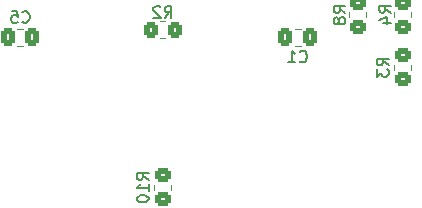
<source format=gbo>
G04 #@! TF.GenerationSoftware,KiCad,Pcbnew,(6.0.7)*
G04 #@! TF.CreationDate,2022-08-26T11:00:59+03:00*
G04 #@! TF.ProjectId,DiLight_1.1,44694c69-6768-4745-9f31-2e312e6b6963,rev?*
G04 #@! TF.SameCoordinates,Original*
G04 #@! TF.FileFunction,Legend,Bot*
G04 #@! TF.FilePolarity,Positive*
%FSLAX46Y46*%
G04 Gerber Fmt 4.6, Leading zero omitted, Abs format (unit mm)*
G04 Created by KiCad (PCBNEW (6.0.7)) date 2022-08-26 11:00:59*
%MOMM*%
%LPD*%
G01*
G04 APERTURE LIST*
G04 Aperture macros list*
%AMRoundRect*
0 Rectangle with rounded corners*
0 $1 Rounding radius*
0 $2 $3 $4 $5 $6 $7 $8 $9 X,Y pos of 4 corners*
0 Add a 4 corners polygon primitive as box body*
4,1,4,$2,$3,$4,$5,$6,$7,$8,$9,$2,$3,0*
0 Add four circle primitives for the rounded corners*
1,1,$1+$1,$2,$3*
1,1,$1+$1,$4,$5*
1,1,$1+$1,$6,$7*
1,1,$1+$1,$8,$9*
0 Add four rect primitives between the rounded corners*
20,1,$1+$1,$2,$3,$4,$5,0*
20,1,$1+$1,$4,$5,$6,$7,0*
20,1,$1+$1,$6,$7,$8,$9,0*
20,1,$1+$1,$8,$9,$2,$3,0*%
G04 Aperture macros list end*
%ADD10C,0.150000*%
%ADD11C,0.120000*%
%ADD12C,2.200000*%
%ADD13R,1.700000X1.700000*%
%ADD14O,1.700000X1.700000*%
%ADD15R,2.600000X2.600000*%
%ADD16C,2.600000*%
%ADD17RoundRect,0.250000X-0.450000X0.350000X-0.450000X-0.350000X0.450000X-0.350000X0.450000X0.350000X0*%
%ADD18RoundRect,0.250000X-0.337500X-0.475000X0.337500X-0.475000X0.337500X0.475000X-0.337500X0.475000X0*%
%ADD19RoundRect,0.250000X0.337500X0.475000X-0.337500X0.475000X-0.337500X-0.475000X0.337500X-0.475000X0*%
%ADD20RoundRect,0.250000X0.450000X-0.350000X0.450000X0.350000X-0.450000X0.350000X-0.450000X-0.350000X0*%
%ADD21RoundRect,0.250000X-0.350000X-0.450000X0.350000X-0.450000X0.350000X0.450000X-0.350000X0.450000X0*%
G04 APERTURE END LIST*
D10*
X27377380Y-36187142D02*
X26901190Y-35853809D01*
X27377380Y-35615714D02*
X26377380Y-35615714D01*
X26377380Y-35996666D01*
X26425000Y-36091904D01*
X26472619Y-36139523D01*
X26567857Y-36187142D01*
X26710714Y-36187142D01*
X26805952Y-36139523D01*
X26853571Y-36091904D01*
X26901190Y-35996666D01*
X26901190Y-35615714D01*
X27377380Y-37139523D02*
X27377380Y-36568095D01*
X27377380Y-36853809D02*
X26377380Y-36853809D01*
X26520238Y-36758571D01*
X26615476Y-36663333D01*
X26663095Y-36568095D01*
X26377380Y-37758571D02*
X26377380Y-37853809D01*
X26425000Y-37949047D01*
X26472619Y-37996666D01*
X26567857Y-38044285D01*
X26758333Y-38091904D01*
X26996428Y-38091904D01*
X27186904Y-38044285D01*
X27282142Y-37996666D01*
X27329761Y-37949047D01*
X27377380Y-37853809D01*
X27377380Y-37758571D01*
X27329761Y-37663333D01*
X27282142Y-37615714D01*
X27186904Y-37568095D01*
X26996428Y-37520476D01*
X26758333Y-37520476D01*
X26567857Y-37568095D01*
X26472619Y-37615714D01*
X26425000Y-37663333D01*
X26377380Y-37758571D01*
X40171666Y-26167142D02*
X40219285Y-26214761D01*
X40362142Y-26262380D01*
X40457380Y-26262380D01*
X40600238Y-26214761D01*
X40695476Y-26119523D01*
X40743095Y-26024285D01*
X40790714Y-25833809D01*
X40790714Y-25690952D01*
X40743095Y-25500476D01*
X40695476Y-25405238D01*
X40600238Y-25310000D01*
X40457380Y-25262380D01*
X40362142Y-25262380D01*
X40219285Y-25310000D01*
X40171666Y-25357619D01*
X39219285Y-26262380D02*
X39790714Y-26262380D01*
X39505000Y-26262380D02*
X39505000Y-25262380D01*
X39600238Y-25405238D01*
X39695476Y-25500476D01*
X39790714Y-25548095D01*
X16676666Y-22807142D02*
X16724285Y-22854761D01*
X16867142Y-22902380D01*
X16962380Y-22902380D01*
X17105238Y-22854761D01*
X17200476Y-22759523D01*
X17248095Y-22664285D01*
X17295714Y-22473809D01*
X17295714Y-22330952D01*
X17248095Y-22140476D01*
X17200476Y-22045238D01*
X17105238Y-21950000D01*
X16962380Y-21902380D01*
X16867142Y-21902380D01*
X16724285Y-21950000D01*
X16676666Y-21997619D01*
X15771904Y-21902380D02*
X16248095Y-21902380D01*
X16295714Y-22378571D01*
X16248095Y-22330952D01*
X16152857Y-22283333D01*
X15914761Y-22283333D01*
X15819523Y-22330952D01*
X15771904Y-22378571D01*
X15724285Y-22473809D01*
X15724285Y-22711904D01*
X15771904Y-22807142D01*
X15819523Y-22854761D01*
X15914761Y-22902380D01*
X16152857Y-22902380D01*
X16248095Y-22854761D01*
X16295714Y-22807142D01*
X47697380Y-26503333D02*
X47221190Y-26170000D01*
X47697380Y-25931904D02*
X46697380Y-25931904D01*
X46697380Y-26312857D01*
X46745000Y-26408095D01*
X46792619Y-26455714D01*
X46887857Y-26503333D01*
X47030714Y-26503333D01*
X47125952Y-26455714D01*
X47173571Y-26408095D01*
X47221190Y-26312857D01*
X47221190Y-25931904D01*
X46697380Y-26836666D02*
X46697380Y-27455714D01*
X47078333Y-27122380D01*
X47078333Y-27265238D01*
X47125952Y-27360476D01*
X47173571Y-27408095D01*
X47268809Y-27455714D01*
X47506904Y-27455714D01*
X47602142Y-27408095D01*
X47649761Y-27360476D01*
X47697380Y-27265238D01*
X47697380Y-26979523D01*
X47649761Y-26884285D01*
X47602142Y-26836666D01*
X47910013Y-22037818D02*
X47433823Y-21704485D01*
X47910013Y-21466389D02*
X46910013Y-21466389D01*
X46910013Y-21847342D01*
X46957633Y-21942580D01*
X47005252Y-21990199D01*
X47100490Y-22037818D01*
X47243347Y-22037818D01*
X47338585Y-21990199D01*
X47386204Y-21942580D01*
X47433823Y-21847342D01*
X47433823Y-21466389D01*
X47243347Y-22894961D02*
X47910013Y-22894961D01*
X46862394Y-22656865D02*
X47576680Y-22418770D01*
X47576680Y-23037818D01*
X44049762Y-22069033D02*
X43573572Y-21735700D01*
X44049762Y-21497604D02*
X43049762Y-21497604D01*
X43049762Y-21878557D01*
X43097382Y-21973795D01*
X43145001Y-22021414D01*
X43240239Y-22069033D01*
X43383096Y-22069033D01*
X43478334Y-22021414D01*
X43525953Y-21973795D01*
X43573572Y-21878557D01*
X43573572Y-21497604D01*
X43478334Y-22640461D02*
X43430715Y-22545223D01*
X43383096Y-22497604D01*
X43287858Y-22449985D01*
X43240239Y-22449985D01*
X43145001Y-22497604D01*
X43097382Y-22545223D01*
X43049762Y-22640461D01*
X43049762Y-22830938D01*
X43097382Y-22926176D01*
X43145001Y-22973795D01*
X43240239Y-23021414D01*
X43287858Y-23021414D01*
X43383096Y-22973795D01*
X43430715Y-22926176D01*
X43478334Y-22830938D01*
X43478334Y-22640461D01*
X43525953Y-22545223D01*
X43573572Y-22497604D01*
X43668810Y-22449985D01*
X43859286Y-22449985D01*
X43954524Y-22497604D01*
X44002143Y-22545223D01*
X44049762Y-22640461D01*
X44049762Y-22830938D01*
X44002143Y-22926176D01*
X43954524Y-22973795D01*
X43859286Y-23021414D01*
X43668810Y-23021414D01*
X43573572Y-22973795D01*
X43525953Y-22926176D01*
X43478334Y-22830938D01*
X28741666Y-22501086D02*
X29075000Y-22024896D01*
X29313095Y-22501086D02*
X29313095Y-21501086D01*
X28932142Y-21501086D01*
X28836904Y-21548706D01*
X28789285Y-21596325D01*
X28741666Y-21691563D01*
X28741666Y-21834420D01*
X28789285Y-21929658D01*
X28836904Y-21977277D01*
X28932142Y-22024896D01*
X29313095Y-22024896D01*
X28360714Y-21596325D02*
X28313095Y-21548706D01*
X28217857Y-21501086D01*
X27979761Y-21501086D01*
X27884523Y-21548706D01*
X27836904Y-21596325D01*
X27789285Y-21691563D01*
X27789285Y-21786801D01*
X27836904Y-21929658D01*
X28408333Y-22501086D01*
X27789285Y-22501086D01*
D11*
X29310000Y-36602936D02*
X29310000Y-37057064D01*
X27840000Y-36602936D02*
X27840000Y-37057064D01*
X39743748Y-23395000D02*
X40266252Y-23395000D01*
X39743748Y-24865000D02*
X40266252Y-24865000D01*
X16771252Y-23395000D02*
X16248748Y-23395000D01*
X16771252Y-24865000D02*
X16248748Y-24865000D01*
X48160000Y-26442936D02*
X48160000Y-26897064D01*
X49630000Y-26442936D02*
X49630000Y-26897064D01*
X48160000Y-21997936D02*
X48160000Y-22452064D01*
X49630000Y-21997936D02*
X49630000Y-22452064D01*
X45820000Y-22452064D02*
X45820000Y-21997936D01*
X44350000Y-22452064D02*
X44350000Y-21997936D01*
X28347936Y-22760000D02*
X28802064Y-22760000D01*
X28347936Y-24230000D02*
X28802064Y-24230000D01*
%LPC*%
D12*
X17145000Y-50800000D03*
X48260000Y-50800000D03*
D13*
X26670000Y-16510000D03*
D14*
X29210000Y-16510000D03*
X31750000Y-16510000D03*
X34290000Y-16510000D03*
X36830000Y-16510000D03*
X39370000Y-16510000D03*
D12*
X48260000Y-17145000D03*
D13*
X24130000Y-24130000D03*
D14*
X24130000Y-26670000D03*
X24130000Y-29210000D03*
D15*
X18915000Y-34330000D03*
D16*
X18915000Y-39330000D03*
D15*
X46490000Y-39330000D03*
D16*
X46490000Y-34330000D03*
D15*
X24265000Y-51395000D03*
D16*
X24265000Y-46395000D03*
D12*
X17145000Y-17145000D03*
D17*
X28575000Y-35830000D03*
X28575000Y-37830000D03*
D18*
X38967500Y-24130000D03*
X41042500Y-24130000D03*
D19*
X17547500Y-24130000D03*
X15472500Y-24130000D03*
D17*
X48895000Y-25670000D03*
X48895000Y-27670000D03*
X48895000Y-21225000D03*
X48895000Y-23225000D03*
D20*
X45085000Y-23225000D03*
X45085000Y-21225000D03*
D21*
X27575000Y-23495000D03*
X29575000Y-23495000D03*
M02*

</source>
